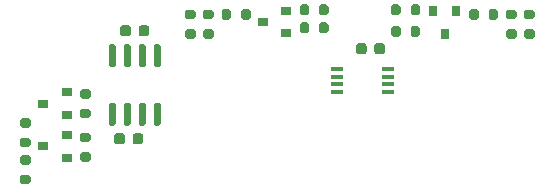
<source format=gbr>
%TF.GenerationSoftware,KiCad,Pcbnew,(5.1.10)-1*%
%TF.CreationDate,2022-01-23T11:00:25+07:00*%
%TF.ProjectId,Fan_controller_v3,46616e5f-636f-46e7-9472-6f6c6c65725f,rev?*%
%TF.SameCoordinates,Original*%
%TF.FileFunction,Paste,Top*%
%TF.FilePolarity,Positive*%
%FSLAX46Y46*%
G04 Gerber Fmt 4.6, Leading zero omitted, Abs format (unit mm)*
G04 Created by KiCad (PCBNEW (5.1.10)-1) date 2022-01-23 11:00:25*
%MOMM*%
%LPD*%
G01*
G04 APERTURE LIST*
%ADD10R,0.800000X0.900000*%
%ADD11R,0.900000X0.800000*%
%ADD12R,1.100000X0.400000*%
G04 APERTURE END LIST*
%TO.C,U1*%
G36*
G01*
X87023000Y-83847000D02*
X87323000Y-83847000D01*
G75*
G02*
X87473000Y-83997000I0J-150000D01*
G01*
X87473000Y-85647000D01*
G75*
G02*
X87323000Y-85797000I-150000J0D01*
G01*
X87023000Y-85797000D01*
G75*
G02*
X86873000Y-85647000I0J150000D01*
G01*
X86873000Y-83997000D01*
G75*
G02*
X87023000Y-83847000I150000J0D01*
G01*
G37*
G36*
G01*
X85753000Y-83847000D02*
X86053000Y-83847000D01*
G75*
G02*
X86203000Y-83997000I0J-150000D01*
G01*
X86203000Y-85647000D01*
G75*
G02*
X86053000Y-85797000I-150000J0D01*
G01*
X85753000Y-85797000D01*
G75*
G02*
X85603000Y-85647000I0J150000D01*
G01*
X85603000Y-83997000D01*
G75*
G02*
X85753000Y-83847000I150000J0D01*
G01*
G37*
G36*
G01*
X84483000Y-83847000D02*
X84783000Y-83847000D01*
G75*
G02*
X84933000Y-83997000I0J-150000D01*
G01*
X84933000Y-85647000D01*
G75*
G02*
X84783000Y-85797000I-150000J0D01*
G01*
X84483000Y-85797000D01*
G75*
G02*
X84333000Y-85647000I0J150000D01*
G01*
X84333000Y-83997000D01*
G75*
G02*
X84483000Y-83847000I150000J0D01*
G01*
G37*
G36*
G01*
X83213000Y-83847000D02*
X83513000Y-83847000D01*
G75*
G02*
X83663000Y-83997000I0J-150000D01*
G01*
X83663000Y-85647000D01*
G75*
G02*
X83513000Y-85797000I-150000J0D01*
G01*
X83213000Y-85797000D01*
G75*
G02*
X83063000Y-85647000I0J150000D01*
G01*
X83063000Y-83997000D01*
G75*
G02*
X83213000Y-83847000I150000J0D01*
G01*
G37*
G36*
G01*
X83213000Y-78897000D02*
X83513000Y-78897000D01*
G75*
G02*
X83663000Y-79047000I0J-150000D01*
G01*
X83663000Y-80697000D01*
G75*
G02*
X83513000Y-80847000I-150000J0D01*
G01*
X83213000Y-80847000D01*
G75*
G02*
X83063000Y-80697000I0J150000D01*
G01*
X83063000Y-79047000D01*
G75*
G02*
X83213000Y-78897000I150000J0D01*
G01*
G37*
G36*
G01*
X84483000Y-78897000D02*
X84783000Y-78897000D01*
G75*
G02*
X84933000Y-79047000I0J-150000D01*
G01*
X84933000Y-80697000D01*
G75*
G02*
X84783000Y-80847000I-150000J0D01*
G01*
X84483000Y-80847000D01*
G75*
G02*
X84333000Y-80697000I0J150000D01*
G01*
X84333000Y-79047000D01*
G75*
G02*
X84483000Y-78897000I150000J0D01*
G01*
G37*
G36*
G01*
X85753000Y-78897000D02*
X86053000Y-78897000D01*
G75*
G02*
X86203000Y-79047000I0J-150000D01*
G01*
X86203000Y-80697000D01*
G75*
G02*
X86053000Y-80847000I-150000J0D01*
G01*
X85753000Y-80847000D01*
G75*
G02*
X85603000Y-80697000I0J150000D01*
G01*
X85603000Y-79047000D01*
G75*
G02*
X85753000Y-78897000I150000J0D01*
G01*
G37*
G36*
G01*
X87023000Y-78897000D02*
X87323000Y-78897000D01*
G75*
G02*
X87473000Y-79047000I0J-150000D01*
G01*
X87473000Y-80697000D01*
G75*
G02*
X87323000Y-80847000I-150000J0D01*
G01*
X87023000Y-80847000D01*
G75*
G02*
X86873000Y-80697000I0J150000D01*
G01*
X86873000Y-79047000D01*
G75*
G02*
X87023000Y-78897000I150000J0D01*
G01*
G37*
%TD*%
%TO.C,R16*%
G36*
G01*
X108617000Y-76272000D02*
X108617000Y-75722000D01*
G75*
G02*
X108817000Y-75522000I200000J0D01*
G01*
X109217000Y-75522000D01*
G75*
G02*
X109417000Y-75722000I0J-200000D01*
G01*
X109417000Y-76272000D01*
G75*
G02*
X109217000Y-76472000I-200000J0D01*
G01*
X108817000Y-76472000D01*
G75*
G02*
X108617000Y-76272000I0J200000D01*
G01*
G37*
G36*
G01*
X106967000Y-76272000D02*
X106967000Y-75722000D01*
G75*
G02*
X107167000Y-75522000I200000J0D01*
G01*
X107567000Y-75522000D01*
G75*
G02*
X107767000Y-75722000I0J-200000D01*
G01*
X107767000Y-76272000D01*
G75*
G02*
X107567000Y-76472000I-200000J0D01*
G01*
X107167000Y-76472000D01*
G75*
G02*
X106967000Y-76272000I0J200000D01*
G01*
G37*
%TD*%
%TO.C,R14*%
G36*
G01*
X108616000Y-78113500D02*
X108616000Y-77563500D01*
G75*
G02*
X108816000Y-77363500I200000J0D01*
G01*
X109216000Y-77363500D01*
G75*
G02*
X109416000Y-77563500I0J-200000D01*
G01*
X109416000Y-78113500D01*
G75*
G02*
X109216000Y-78313500I-200000J0D01*
G01*
X108816000Y-78313500D01*
G75*
G02*
X108616000Y-78113500I0J200000D01*
G01*
G37*
G36*
G01*
X106966000Y-78113500D02*
X106966000Y-77563500D01*
G75*
G02*
X107166000Y-77363500I200000J0D01*
G01*
X107566000Y-77363500D01*
G75*
G02*
X107766000Y-77563500I0J-200000D01*
G01*
X107766000Y-78113500D01*
G75*
G02*
X107566000Y-78313500I-200000J0D01*
G01*
X107166000Y-78313500D01*
G75*
G02*
X106966000Y-78113500I0J200000D01*
G01*
G37*
%TD*%
%TO.C,R4*%
G36*
G01*
X100019000Y-75722000D02*
X100019000Y-76272000D01*
G75*
G02*
X99819000Y-76472000I-200000J0D01*
G01*
X99419000Y-76472000D01*
G75*
G02*
X99219000Y-76272000I0J200000D01*
G01*
X99219000Y-75722000D01*
G75*
G02*
X99419000Y-75522000I200000J0D01*
G01*
X99819000Y-75522000D01*
G75*
G02*
X100019000Y-75722000I0J-200000D01*
G01*
G37*
G36*
G01*
X101669000Y-75722000D02*
X101669000Y-76272000D01*
G75*
G02*
X101469000Y-76472000I-200000J0D01*
G01*
X101069000Y-76472000D01*
G75*
G02*
X100869000Y-76272000I0J200000D01*
G01*
X100869000Y-75722000D01*
G75*
G02*
X101069000Y-75522000I200000J0D01*
G01*
X101469000Y-75522000D01*
G75*
G02*
X101669000Y-75722000I0J-200000D01*
G01*
G37*
%TD*%
%TO.C,R2*%
G36*
G01*
X100869000Y-77796000D02*
X100869000Y-77246000D01*
G75*
G02*
X101069000Y-77046000I200000J0D01*
G01*
X101469000Y-77046000D01*
G75*
G02*
X101669000Y-77246000I0J-200000D01*
G01*
X101669000Y-77796000D01*
G75*
G02*
X101469000Y-77996000I-200000J0D01*
G01*
X101069000Y-77996000D01*
G75*
G02*
X100869000Y-77796000I0J200000D01*
G01*
G37*
G36*
G01*
X99219000Y-77796000D02*
X99219000Y-77246000D01*
G75*
G02*
X99419000Y-77046000I200000J0D01*
G01*
X99819000Y-77046000D01*
G75*
G02*
X100019000Y-77246000I0J-200000D01*
G01*
X100019000Y-77796000D01*
G75*
G02*
X99819000Y-77996000I-200000J0D01*
G01*
X99419000Y-77996000D01*
G75*
G02*
X99219000Y-77796000I0J200000D01*
G01*
G37*
%TD*%
D10*
%TO.C,Q6*%
X111491000Y-78060500D03*
X110541000Y-76060500D03*
X112441000Y-76060500D03*
%TD*%
D11*
%TO.C,Q2*%
X96095000Y-77010500D03*
X98095000Y-76060500D03*
X98095000Y-77960500D03*
%TD*%
%TO.C,C10*%
G36*
G01*
X85072000Y-87169000D02*
X85072000Y-86669000D01*
G75*
G02*
X85297000Y-86444000I225000J0D01*
G01*
X85747000Y-86444000D01*
G75*
G02*
X85972000Y-86669000I0J-225000D01*
G01*
X85972000Y-87169000D01*
G75*
G02*
X85747000Y-87394000I-225000J0D01*
G01*
X85297000Y-87394000D01*
G75*
G02*
X85072000Y-87169000I0J225000D01*
G01*
G37*
G36*
G01*
X83522000Y-87169000D02*
X83522000Y-86669000D01*
G75*
G02*
X83747000Y-86444000I225000J0D01*
G01*
X84197000Y-86444000D01*
G75*
G02*
X84422000Y-86669000I0J-225000D01*
G01*
X84422000Y-87169000D01*
G75*
G02*
X84197000Y-87394000I-225000J0D01*
G01*
X83747000Y-87394000D01*
G75*
G02*
X83522000Y-87169000I0J225000D01*
G01*
G37*
%TD*%
%TO.C,C8*%
G36*
G01*
X85580000Y-78025000D02*
X85580000Y-77525000D01*
G75*
G02*
X85805000Y-77300000I225000J0D01*
G01*
X86255000Y-77300000D01*
G75*
G02*
X86480000Y-77525000I0J-225000D01*
G01*
X86480000Y-78025000D01*
G75*
G02*
X86255000Y-78250000I-225000J0D01*
G01*
X85805000Y-78250000D01*
G75*
G02*
X85580000Y-78025000I0J225000D01*
G01*
G37*
G36*
G01*
X84030000Y-78025000D02*
X84030000Y-77525000D01*
G75*
G02*
X84255000Y-77300000I225000J0D01*
G01*
X84705000Y-77300000D01*
G75*
G02*
X84930000Y-77525000I0J-225000D01*
G01*
X84930000Y-78025000D01*
G75*
G02*
X84705000Y-78250000I-225000J0D01*
G01*
X84255000Y-78250000D01*
G75*
G02*
X84030000Y-78025000I0J225000D01*
G01*
G37*
%TD*%
D12*
%TO.C,U2*%
X106722000Y-80991000D03*
X106722000Y-81641000D03*
X106722000Y-82291000D03*
X106722000Y-82941000D03*
X102422000Y-82941000D03*
X102422000Y-82291000D03*
X102422000Y-81641000D03*
X102422000Y-80991000D03*
%TD*%
%TO.C,R12*%
G36*
G01*
X80802000Y-84359000D02*
X81352000Y-84359000D01*
G75*
G02*
X81552000Y-84559000I0J-200000D01*
G01*
X81552000Y-84959000D01*
G75*
G02*
X81352000Y-85159000I-200000J0D01*
G01*
X80802000Y-85159000D01*
G75*
G02*
X80602000Y-84959000I0J200000D01*
G01*
X80602000Y-84559000D01*
G75*
G02*
X80802000Y-84359000I200000J0D01*
G01*
G37*
G36*
G01*
X80802000Y-82709000D02*
X81352000Y-82709000D01*
G75*
G02*
X81552000Y-82909000I0J-200000D01*
G01*
X81552000Y-83309000D01*
G75*
G02*
X81352000Y-83509000I-200000J0D01*
G01*
X80802000Y-83509000D01*
G75*
G02*
X80602000Y-83309000I0J200000D01*
G01*
X80602000Y-82909000D01*
G75*
G02*
X80802000Y-82709000I200000J0D01*
G01*
G37*
%TD*%
%TO.C,R11*%
G36*
G01*
X80802000Y-88042000D02*
X81352000Y-88042000D01*
G75*
G02*
X81552000Y-88242000I0J-200000D01*
G01*
X81552000Y-88642000D01*
G75*
G02*
X81352000Y-88842000I-200000J0D01*
G01*
X80802000Y-88842000D01*
G75*
G02*
X80602000Y-88642000I0J200000D01*
G01*
X80602000Y-88242000D01*
G75*
G02*
X80802000Y-88042000I200000J0D01*
G01*
G37*
G36*
G01*
X80802000Y-86392000D02*
X81352000Y-86392000D01*
G75*
G02*
X81552000Y-86592000I0J-200000D01*
G01*
X81552000Y-86992000D01*
G75*
G02*
X81352000Y-87192000I-200000J0D01*
G01*
X80802000Y-87192000D01*
G75*
G02*
X80602000Y-86992000I0J200000D01*
G01*
X80602000Y-86592000D01*
G75*
G02*
X80802000Y-86392000I200000J0D01*
G01*
G37*
%TD*%
%TO.C,R8*%
G36*
G01*
X76272000Y-85986500D02*
X75722000Y-85986500D01*
G75*
G02*
X75522000Y-85786500I0J200000D01*
G01*
X75522000Y-85386500D01*
G75*
G02*
X75722000Y-85186500I200000J0D01*
G01*
X76272000Y-85186500D01*
G75*
G02*
X76472000Y-85386500I0J-200000D01*
G01*
X76472000Y-85786500D01*
G75*
G02*
X76272000Y-85986500I-200000J0D01*
G01*
G37*
G36*
G01*
X76272000Y-87636500D02*
X75722000Y-87636500D01*
G75*
G02*
X75522000Y-87436500I0J200000D01*
G01*
X75522000Y-87036500D01*
G75*
G02*
X75722000Y-86836500I200000J0D01*
G01*
X76272000Y-86836500D01*
G75*
G02*
X76472000Y-87036500I0J-200000D01*
G01*
X76472000Y-87436500D01*
G75*
G02*
X76272000Y-87636500I-200000J0D01*
G01*
G37*
%TD*%
%TO.C,R7*%
G36*
G01*
X75722000Y-89947000D02*
X76272000Y-89947000D01*
G75*
G02*
X76472000Y-90147000I0J-200000D01*
G01*
X76472000Y-90547000D01*
G75*
G02*
X76272000Y-90747000I-200000J0D01*
G01*
X75722000Y-90747000D01*
G75*
G02*
X75522000Y-90547000I0J200000D01*
G01*
X75522000Y-90147000D01*
G75*
G02*
X75722000Y-89947000I200000J0D01*
G01*
G37*
G36*
G01*
X75722000Y-88297000D02*
X76272000Y-88297000D01*
G75*
G02*
X76472000Y-88497000I0J-200000D01*
G01*
X76472000Y-88897000D01*
G75*
G02*
X76272000Y-89097000I-200000J0D01*
G01*
X75722000Y-89097000D01*
G75*
G02*
X75522000Y-88897000I0J200000D01*
G01*
X75522000Y-88497000D01*
G75*
G02*
X75722000Y-88297000I200000J0D01*
G01*
G37*
%TD*%
%TO.C,R20*%
G36*
G01*
X116870000Y-77629000D02*
X117420000Y-77629000D01*
G75*
G02*
X117620000Y-77829000I0J-200000D01*
G01*
X117620000Y-78229000D01*
G75*
G02*
X117420000Y-78429000I-200000J0D01*
G01*
X116870000Y-78429000D01*
G75*
G02*
X116670000Y-78229000I0J200000D01*
G01*
X116670000Y-77829000D01*
G75*
G02*
X116870000Y-77629000I200000J0D01*
G01*
G37*
G36*
G01*
X116870000Y-75979000D02*
X117420000Y-75979000D01*
G75*
G02*
X117620000Y-76179000I0J-200000D01*
G01*
X117620000Y-76579000D01*
G75*
G02*
X117420000Y-76779000I-200000J0D01*
G01*
X116870000Y-76779000D01*
G75*
G02*
X116670000Y-76579000I0J200000D01*
G01*
X116670000Y-76179000D01*
G75*
G02*
X116870000Y-75979000I200000J0D01*
G01*
G37*
%TD*%
%TO.C,R19*%
G36*
G01*
X118394000Y-77629000D02*
X118944000Y-77629000D01*
G75*
G02*
X119144000Y-77829000I0J-200000D01*
G01*
X119144000Y-78229000D01*
G75*
G02*
X118944000Y-78429000I-200000J0D01*
G01*
X118394000Y-78429000D01*
G75*
G02*
X118194000Y-78229000I0J200000D01*
G01*
X118194000Y-77829000D01*
G75*
G02*
X118394000Y-77629000I200000J0D01*
G01*
G37*
G36*
G01*
X118394000Y-75979000D02*
X118944000Y-75979000D01*
G75*
G02*
X119144000Y-76179000I0J-200000D01*
G01*
X119144000Y-76579000D01*
G75*
G02*
X118944000Y-76779000I-200000J0D01*
G01*
X118394000Y-76779000D01*
G75*
G02*
X118194000Y-76579000I0J200000D01*
G01*
X118194000Y-76179000D01*
G75*
G02*
X118394000Y-75979000I200000J0D01*
G01*
G37*
%TD*%
%TO.C,R10*%
G36*
G01*
X89692000Y-77629000D02*
X90242000Y-77629000D01*
G75*
G02*
X90442000Y-77829000I0J-200000D01*
G01*
X90442000Y-78229000D01*
G75*
G02*
X90242000Y-78429000I-200000J0D01*
G01*
X89692000Y-78429000D01*
G75*
G02*
X89492000Y-78229000I0J200000D01*
G01*
X89492000Y-77829000D01*
G75*
G02*
X89692000Y-77629000I200000J0D01*
G01*
G37*
G36*
G01*
X89692000Y-75979000D02*
X90242000Y-75979000D01*
G75*
G02*
X90442000Y-76179000I0J-200000D01*
G01*
X90442000Y-76579000D01*
G75*
G02*
X90242000Y-76779000I-200000J0D01*
G01*
X89692000Y-76779000D01*
G75*
G02*
X89492000Y-76579000I0J200000D01*
G01*
X89492000Y-76179000D01*
G75*
G02*
X89692000Y-75979000I200000J0D01*
G01*
G37*
%TD*%
%TO.C,R9*%
G36*
G01*
X91216000Y-77629000D02*
X91766000Y-77629000D01*
G75*
G02*
X91966000Y-77829000I0J-200000D01*
G01*
X91966000Y-78229000D01*
G75*
G02*
X91766000Y-78429000I-200000J0D01*
G01*
X91216000Y-78429000D01*
G75*
G02*
X91016000Y-78229000I0J200000D01*
G01*
X91016000Y-77829000D01*
G75*
G02*
X91216000Y-77629000I200000J0D01*
G01*
G37*
G36*
G01*
X91216000Y-75979000D02*
X91766000Y-75979000D01*
G75*
G02*
X91966000Y-76179000I0J-200000D01*
G01*
X91966000Y-76579000D01*
G75*
G02*
X91766000Y-76779000I-200000J0D01*
G01*
X91216000Y-76779000D01*
G75*
G02*
X91016000Y-76579000I0J200000D01*
G01*
X91016000Y-76179000D01*
G75*
G02*
X91216000Y-75979000I200000J0D01*
G01*
G37*
%TD*%
%TO.C,R18*%
G36*
G01*
X115221000Y-76653000D02*
X115221000Y-76103000D01*
G75*
G02*
X115421000Y-75903000I200000J0D01*
G01*
X115821000Y-75903000D01*
G75*
G02*
X116021000Y-76103000I0J-200000D01*
G01*
X116021000Y-76653000D01*
G75*
G02*
X115821000Y-76853000I-200000J0D01*
G01*
X115421000Y-76853000D01*
G75*
G02*
X115221000Y-76653000I0J200000D01*
G01*
G37*
G36*
G01*
X113571000Y-76653000D02*
X113571000Y-76103000D01*
G75*
G02*
X113771000Y-75903000I200000J0D01*
G01*
X114171000Y-75903000D01*
G75*
G02*
X114371000Y-76103000I0J-200000D01*
G01*
X114371000Y-76653000D01*
G75*
G02*
X114171000Y-76853000I-200000J0D01*
G01*
X113771000Y-76853000D01*
G75*
G02*
X113571000Y-76653000I0J200000D01*
G01*
G37*
%TD*%
%TO.C,R6*%
G36*
G01*
X93415000Y-76103000D02*
X93415000Y-76653000D01*
G75*
G02*
X93215000Y-76853000I-200000J0D01*
G01*
X92815000Y-76853000D01*
G75*
G02*
X92615000Y-76653000I0J200000D01*
G01*
X92615000Y-76103000D01*
G75*
G02*
X92815000Y-75903000I200000J0D01*
G01*
X93215000Y-75903000D01*
G75*
G02*
X93415000Y-76103000I0J-200000D01*
G01*
G37*
G36*
G01*
X95065000Y-76103000D02*
X95065000Y-76653000D01*
G75*
G02*
X94865000Y-76853000I-200000J0D01*
G01*
X94465000Y-76853000D01*
G75*
G02*
X94265000Y-76653000I0J200000D01*
G01*
X94265000Y-76103000D01*
G75*
G02*
X94465000Y-75903000I200000J0D01*
G01*
X94865000Y-75903000D01*
G75*
G02*
X95065000Y-76103000I0J-200000D01*
G01*
G37*
%TD*%
D11*
%TO.C,Q4*%
X77521000Y-83932000D03*
X79521000Y-82982000D03*
X79521000Y-84882000D03*
%TD*%
%TO.C,Q3*%
X77521000Y-87554000D03*
X79521000Y-86604000D03*
X79521000Y-88504000D03*
%TD*%
%TO.C,C13*%
G36*
G01*
X104895000Y-79049000D02*
X104895000Y-79549000D01*
G75*
G02*
X104670000Y-79774000I-225000J0D01*
G01*
X104220000Y-79774000D01*
G75*
G02*
X103995000Y-79549000I0J225000D01*
G01*
X103995000Y-79049000D01*
G75*
G02*
X104220000Y-78824000I225000J0D01*
G01*
X104670000Y-78824000D01*
G75*
G02*
X104895000Y-79049000I0J-225000D01*
G01*
G37*
G36*
G01*
X106445000Y-79049000D02*
X106445000Y-79549000D01*
G75*
G02*
X106220000Y-79774000I-225000J0D01*
G01*
X105770000Y-79774000D01*
G75*
G02*
X105545000Y-79549000I0J225000D01*
G01*
X105545000Y-79049000D01*
G75*
G02*
X105770000Y-78824000I225000J0D01*
G01*
X106220000Y-78824000D01*
G75*
G02*
X106445000Y-79049000I0J-225000D01*
G01*
G37*
%TD*%
M02*

</source>
